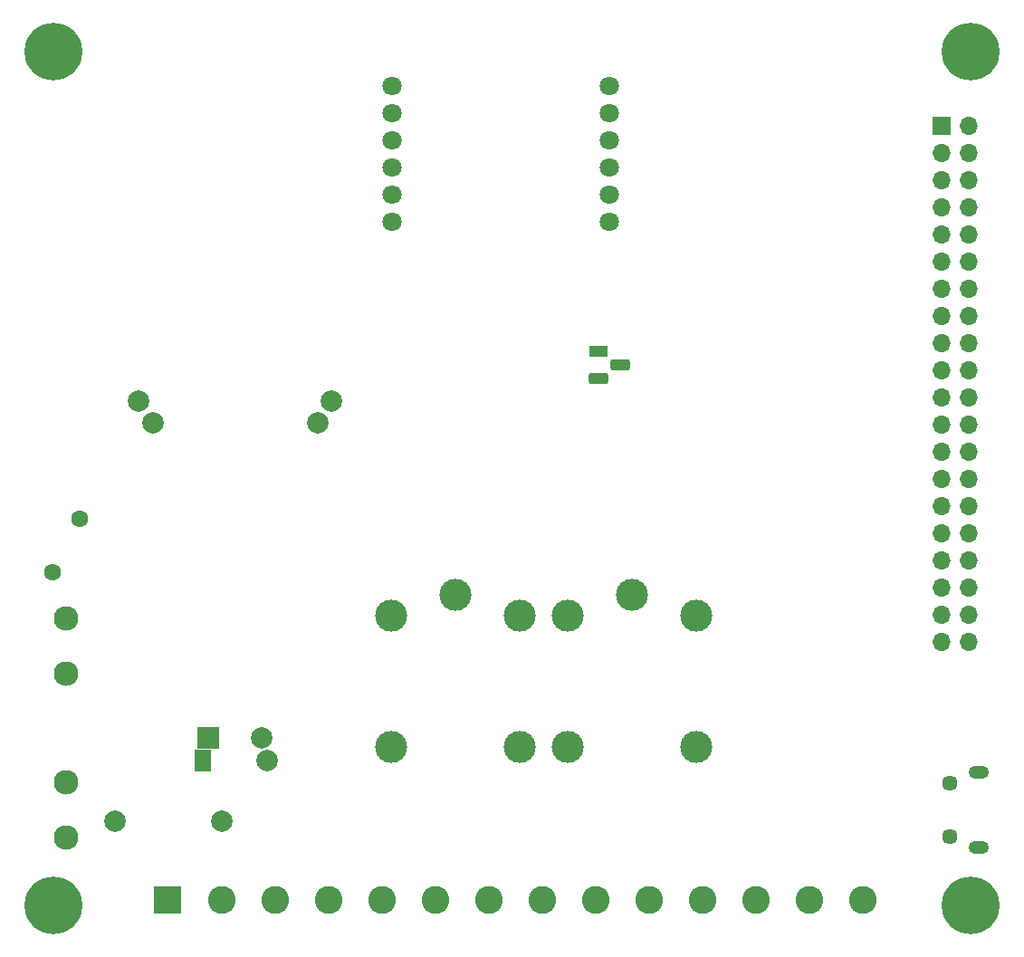
<source format=gbr>
%TF.GenerationSoftware,KiCad,Pcbnew,7.0.1*%
%TF.CreationDate,2023-03-22T21:04:12-04:00*%
%TF.ProjectId,esp32_pro_relay,65737033-325f-4707-926f-5f72656c6179,rev?*%
%TF.SameCoordinates,Original*%
%TF.FileFunction,Soldermask,Bot*%
%TF.FilePolarity,Negative*%
%FSLAX46Y46*%
G04 Gerber Fmt 4.6, Leading zero omitted, Abs format (unit mm)*
G04 Created by KiCad (PCBNEW 7.0.1) date 2023-03-22 21:04:12*
%MOMM*%
%LPD*%
G01*
G04 APERTURE LIST*
G04 Aperture macros list*
%AMRoundRect*
0 Rectangle with rounded corners*
0 $1 Rounding radius*
0 $2 $3 $4 $5 $6 $7 $8 $9 X,Y pos of 4 corners*
0 Add a 4 corners polygon primitive as box body*
4,1,4,$2,$3,$4,$5,$6,$7,$8,$9,$2,$3,0*
0 Add four circle primitives for the rounded corners*
1,1,$1+$1,$2,$3*
1,1,$1+$1,$4,$5*
1,1,$1+$1,$6,$7*
1,1,$1+$1,$8,$9*
0 Add four rect primitives between the rounded corners*
20,1,$1+$1,$2,$3,$4,$5,0*
20,1,$1+$1,$4,$5,$6,$7,0*
20,1,$1+$1,$6,$7,$8,$9,0*
20,1,$1+$1,$8,$9,$2,$3,0*%
G04 Aperture macros list end*
%ADD10R,2.600000X2.600000*%
%ADD11C,2.600000*%
%ADD12C,5.400000*%
%ADD13C,0.800000*%
%ADD14R,2.000000X2.000000*%
%ADD15C,2.000000*%
%ADD16C,1.450000*%
%ADD17O,1.900000X1.200000*%
%ADD18R,1.700000X1.700000*%
%ADD19O,1.700000X1.700000*%
%ADD20C,1.600000*%
%ADD21C,2.300000*%
%ADD22C,1.800000*%
%ADD23R,1.800000X1.100000*%
%ADD24RoundRect,0.275000X-0.625000X0.275000X-0.625000X-0.275000X0.625000X-0.275000X0.625000X0.275000X0*%
%ADD25C,3.000000*%
%ADD26R,1.500000X2.000000*%
G04 APERTURE END LIST*
D10*
%TO.C,J3*%
X212870000Y-223160000D03*
D11*
X217870000Y-223160000D03*
X222870000Y-223160000D03*
X227870000Y-223160000D03*
X232870000Y-223160000D03*
X237870000Y-223160000D03*
X242870000Y-223160000D03*
X247870000Y-223160000D03*
X252870000Y-223160000D03*
X257870000Y-223160000D03*
X262870000Y-223160000D03*
X267870000Y-223160000D03*
X272870000Y-223160000D03*
X277870000Y-223160000D03*
%TD*%
D12*
%TO.C,H3*%
X287960000Y-143820000D03*
D13*
X286528109Y-145251891D03*
X289391891Y-142388109D03*
X286528109Y-142388109D03*
X285935000Y-143820000D03*
X287960000Y-145845000D03*
X289985000Y-143820000D03*
X289391891Y-145251891D03*
X287960000Y-141795000D03*
%TD*%
D14*
%TO.C,PS2*%
X216650000Y-207962500D03*
D15*
X221650000Y-207962500D03*
X211450000Y-178562500D03*
X226850000Y-178562500D03*
%TD*%
D13*
%TO.C,H2*%
X289995000Y-223640000D03*
X287970000Y-221615000D03*
X289401891Y-225071891D03*
X285945000Y-223640000D03*
X286538109Y-225071891D03*
X289401891Y-222208109D03*
D12*
X287970000Y-223640000D03*
D13*
X287970000Y-225665000D03*
X286538109Y-222208109D03*
%TD*%
D15*
%TO.C,C4*%
X207950000Y-215770000D03*
X217950000Y-215770000D03*
%TD*%
D16*
%TO.C,USB1*%
X286007500Y-217210000D03*
D17*
X288707500Y-211210000D03*
D16*
X286007500Y-212210000D03*
D17*
X288707500Y-218210000D03*
%TD*%
D13*
%TO.C,H4*%
X204175000Y-143820000D03*
X200718109Y-145251891D03*
X202150000Y-141795000D03*
X203581891Y-145251891D03*
X202150000Y-145845000D03*
X203581891Y-142388109D03*
X200125000Y-143820000D03*
X200718109Y-142388109D03*
D12*
X202150000Y-143820000D03*
%TD*%
D18*
%TO.C,J2*%
X285195000Y-150775000D03*
D19*
X287735000Y-150775000D03*
X285195000Y-153315000D03*
X287735000Y-153315000D03*
X285195000Y-155855000D03*
X287735000Y-155855000D03*
X285195000Y-158395000D03*
X287735000Y-158395000D03*
X285195000Y-160935000D03*
X287735000Y-160935000D03*
X285195000Y-163475000D03*
X287735000Y-163475000D03*
X285195000Y-166015000D03*
X287735000Y-166015000D03*
X285195000Y-168555000D03*
X287735000Y-168555000D03*
X285195000Y-171095000D03*
X287735000Y-171095000D03*
X285195000Y-173635000D03*
X287735000Y-173635000D03*
X285195000Y-176175000D03*
X287735000Y-176175000D03*
X285195000Y-178715000D03*
X287735000Y-178715000D03*
X285195000Y-181255000D03*
X287735000Y-181255000D03*
X285195000Y-183795000D03*
X287735000Y-183795000D03*
X285195000Y-186335000D03*
X287735000Y-186335000D03*
X285195000Y-188875000D03*
X287735000Y-188875000D03*
X285195000Y-191415000D03*
X287735000Y-191415000D03*
X285195000Y-193955000D03*
X287735000Y-193955000D03*
X285195000Y-196495000D03*
X287735000Y-196495000D03*
X285195000Y-199035000D03*
X287735000Y-199035000D03*
%TD*%
D20*
%TO.C,RV1*%
X202100000Y-192530000D03*
X204600000Y-187530000D03*
%TD*%
D21*
%TO.C,F1*%
X203390000Y-217300000D03*
X203390000Y-212100000D03*
X203390000Y-202000000D03*
X203390000Y-196800000D03*
%TD*%
D13*
%TO.C,H1*%
X204185000Y-223650000D03*
X202160000Y-225675000D03*
X202160000Y-221625000D03*
X200135000Y-223650000D03*
D12*
X202160000Y-223650000D03*
D13*
X203591891Y-222218109D03*
X200728109Y-225081891D03*
X203591891Y-225081891D03*
X200728109Y-222218109D03*
%TD*%
D22*
%TO.C,U5*%
X233820000Y-147027500D03*
X233820000Y-149567500D03*
X233820000Y-152107500D03*
X233820000Y-154647500D03*
X233820000Y-157187500D03*
X233820000Y-159727500D03*
X254140000Y-159727500D03*
X254140000Y-157187500D03*
X254140000Y-154647500D03*
X254140000Y-152107500D03*
X254140000Y-149567500D03*
X254140000Y-147027500D03*
%TD*%
D23*
%TO.C,U6*%
X253100000Y-171800000D03*
D24*
X255170000Y-173070000D03*
X253100000Y-174340000D03*
%TD*%
D25*
%TO.C,REL1B1*%
X256270000Y-194600000D03*
X262270000Y-208800000D03*
X250270000Y-208800000D03*
X250270000Y-196600000D03*
X262270000Y-196600000D03*
%TD*%
%TO.C,REL0A1*%
X239760000Y-194600000D03*
X245760000Y-208800000D03*
X233760000Y-208800000D03*
X233760000Y-196600000D03*
X245760000Y-196600000D03*
%TD*%
D26*
%TO.C,PS1*%
X216150000Y-210110000D03*
D15*
X222150000Y-210110000D03*
X210150000Y-176510000D03*
X228150000Y-176510000D03*
%TD*%
M02*

</source>
